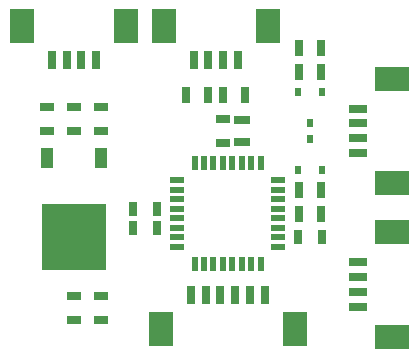
<source format=gtp>
G04*
G04 #@! TF.GenerationSoftware,Altium Limited,Altium Designer,23.11.1 (41)*
G04*
G04 Layer_Color=8421504*
%FSLAX44Y44*%
%MOMM*%
G71*
G04*
G04 #@! TF.SameCoordinates,E756FA19-21DF-4648-B389-9DDB0D33ADA7*
G04*
G04*
G04 #@! TF.FilePolarity,Positive*
G04*
G01*
G75*
%ADD13R,0.5000X1.2000*%
%ADD14R,1.2000X0.5000*%
%ADD15R,1.0000X1.7500*%
%ADD16R,5.5000X5.7000*%
%ADD17R,0.6000X0.8000*%
%ADD18R,0.7000X1.4000*%
%ADD19R,2.0000X3.0000*%
%ADD20R,0.7500X1.5000*%
%ADD21R,3.0000X2.0000*%
%ADD22R,1.5000X0.7500*%
%ADD23R,1.2000X0.7500*%
%ADD24R,0.7500X1.2000*%
%ADD25R,1.4000X0.7000*%
D13*
X972000Y982500D02*
D03*
X980000D02*
D03*
X988000D02*
D03*
X996000D02*
D03*
X1004000D02*
D03*
X1012000D02*
D03*
X1020000D02*
D03*
X1028000D02*
D03*
Y897500D02*
D03*
X1020000D02*
D03*
X1012000D02*
D03*
X1004000D02*
D03*
X996000D02*
D03*
X988000D02*
D03*
X980000D02*
D03*
X972000D02*
D03*
D14*
X1042500Y968000D02*
D03*
Y960000D02*
D03*
Y952000D02*
D03*
Y944000D02*
D03*
Y936000D02*
D03*
Y928000D02*
D03*
Y920000D02*
D03*
Y912000D02*
D03*
X957500D02*
D03*
Y920000D02*
D03*
Y928000D02*
D03*
Y936000D02*
D03*
Y944000D02*
D03*
Y952000D02*
D03*
Y960000D02*
D03*
Y968000D02*
D03*
D15*
X892850Y986650D02*
D03*
X847150D02*
D03*
D16*
X870000Y920000D02*
D03*
D17*
X1080000Y977000D02*
D03*
X1060000D02*
D03*
X1070000Y1003000D02*
D03*
X1060000Y1043000D02*
D03*
X1080000D02*
D03*
X1070000Y1017000D02*
D03*
D18*
X1079350Y960000D02*
D03*
X1060650D02*
D03*
X983750Y1040000D02*
D03*
X965050D02*
D03*
X996250D02*
D03*
X1014950D02*
D03*
X1079350Y1080000D02*
D03*
X1060650D02*
D03*
X1060650Y940000D02*
D03*
X1079350D02*
D03*
X1060650Y1060000D02*
D03*
X1079350D02*
D03*
D19*
X1056896Y841950D02*
D03*
X943396D02*
D03*
X914250Y1099000D02*
D03*
X825750D02*
D03*
X1034250D02*
D03*
X945750D02*
D03*
D20*
X1031396Y870950D02*
D03*
X1006396D02*
D03*
X1018896D02*
D03*
X993896D02*
D03*
X968896D02*
D03*
X981396D02*
D03*
X876250Y1070000D02*
D03*
X888750D02*
D03*
X863750D02*
D03*
X851250D02*
D03*
X996250D02*
D03*
X1008750D02*
D03*
X983750D02*
D03*
X971250D02*
D03*
D21*
X1139000Y835750D02*
D03*
Y924250D02*
D03*
Y965750D02*
D03*
Y1054250D02*
D03*
D22*
X1110000Y873750D02*
D03*
Y861250D02*
D03*
Y886250D02*
D03*
Y898750D02*
D03*
Y1003750D02*
D03*
Y991250D02*
D03*
Y1016250D02*
D03*
Y1028750D02*
D03*
D23*
X892850Y1010000D02*
D03*
Y1030000D02*
D03*
X870000Y1010000D02*
D03*
Y1030000D02*
D03*
X847150Y1010000D02*
D03*
Y1030000D02*
D03*
X892850Y870000D02*
D03*
Y850000D02*
D03*
X870000Y870000D02*
D03*
Y850000D02*
D03*
X996000Y1000000D02*
D03*
Y1020000D02*
D03*
D24*
X940000Y928000D02*
D03*
X920000D02*
D03*
X940000Y944000D02*
D03*
X920000D02*
D03*
X1060000Y920000D02*
D03*
X1080000D02*
D03*
D25*
X1012000Y1000650D02*
D03*
Y1019350D02*
D03*
M02*

</source>
